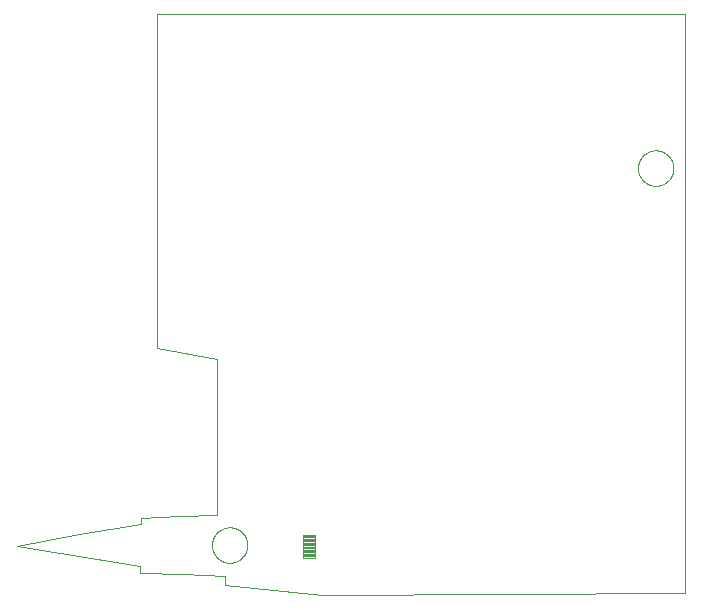
<source format=gbp>
G75*
%MOIN*%
%OFA0B0*%
%FSLAX25Y25*%
%IPPOS*%
%LPD*%
%AMOC8*
5,1,8,0,0,1.08239X$1,22.5*
%
%ADD10C,0.00000*%
%ADD11C,0.00450*%
D10*
X0005457Y0022435D02*
X0026291Y0026394D01*
X0046791Y0030019D01*
X0046860Y0031852D01*
X0046930Y0032019D01*
X0059694Y0032505D01*
X0072124Y0032991D01*
X0072100Y0032985D02*
X0072125Y0058990D01*
X0072124Y0058963D02*
X0072124Y0084935D01*
X0052124Y0088685D01*
X0052124Y0199797D01*
X0228374Y0199797D01*
X0228374Y0006741D01*
X0167819Y0006394D01*
X0107263Y0006047D01*
X0074902Y0009419D01*
X0074902Y0012574D01*
X0060805Y0013130D01*
X0046707Y0013685D01*
X0046707Y0015908D01*
X0005457Y0022435D01*
X0070553Y0022850D02*
X0070555Y0023003D01*
X0070561Y0023157D01*
X0070571Y0023310D01*
X0070585Y0023462D01*
X0070603Y0023615D01*
X0070625Y0023766D01*
X0070650Y0023917D01*
X0070680Y0024068D01*
X0070714Y0024218D01*
X0070751Y0024366D01*
X0070792Y0024514D01*
X0070837Y0024660D01*
X0070886Y0024806D01*
X0070939Y0024950D01*
X0070995Y0025092D01*
X0071055Y0025233D01*
X0071119Y0025373D01*
X0071186Y0025511D01*
X0071257Y0025647D01*
X0071332Y0025781D01*
X0071409Y0025913D01*
X0071491Y0026043D01*
X0071575Y0026171D01*
X0071663Y0026297D01*
X0071754Y0026420D01*
X0071848Y0026541D01*
X0071946Y0026659D01*
X0072046Y0026775D01*
X0072150Y0026888D01*
X0072256Y0026999D01*
X0072365Y0027107D01*
X0072477Y0027212D01*
X0072591Y0027313D01*
X0072709Y0027412D01*
X0072828Y0027508D01*
X0072950Y0027601D01*
X0073075Y0027690D01*
X0073202Y0027777D01*
X0073331Y0027859D01*
X0073462Y0027939D01*
X0073595Y0028015D01*
X0073730Y0028088D01*
X0073867Y0028157D01*
X0074006Y0028222D01*
X0074146Y0028284D01*
X0074288Y0028342D01*
X0074431Y0028397D01*
X0074576Y0028448D01*
X0074722Y0028495D01*
X0074869Y0028538D01*
X0075017Y0028577D01*
X0075166Y0028613D01*
X0075316Y0028644D01*
X0075467Y0028672D01*
X0075618Y0028696D01*
X0075771Y0028716D01*
X0075923Y0028732D01*
X0076076Y0028744D01*
X0076229Y0028752D01*
X0076382Y0028756D01*
X0076536Y0028756D01*
X0076689Y0028752D01*
X0076842Y0028744D01*
X0076995Y0028732D01*
X0077147Y0028716D01*
X0077300Y0028696D01*
X0077451Y0028672D01*
X0077602Y0028644D01*
X0077752Y0028613D01*
X0077901Y0028577D01*
X0078049Y0028538D01*
X0078196Y0028495D01*
X0078342Y0028448D01*
X0078487Y0028397D01*
X0078630Y0028342D01*
X0078772Y0028284D01*
X0078912Y0028222D01*
X0079051Y0028157D01*
X0079188Y0028088D01*
X0079323Y0028015D01*
X0079456Y0027939D01*
X0079587Y0027859D01*
X0079716Y0027777D01*
X0079843Y0027690D01*
X0079968Y0027601D01*
X0080090Y0027508D01*
X0080209Y0027412D01*
X0080327Y0027313D01*
X0080441Y0027212D01*
X0080553Y0027107D01*
X0080662Y0026999D01*
X0080768Y0026888D01*
X0080872Y0026775D01*
X0080972Y0026659D01*
X0081070Y0026541D01*
X0081164Y0026420D01*
X0081255Y0026297D01*
X0081343Y0026171D01*
X0081427Y0026043D01*
X0081509Y0025913D01*
X0081586Y0025781D01*
X0081661Y0025647D01*
X0081732Y0025511D01*
X0081799Y0025373D01*
X0081863Y0025233D01*
X0081923Y0025092D01*
X0081979Y0024950D01*
X0082032Y0024806D01*
X0082081Y0024660D01*
X0082126Y0024514D01*
X0082167Y0024366D01*
X0082204Y0024218D01*
X0082238Y0024068D01*
X0082268Y0023917D01*
X0082293Y0023766D01*
X0082315Y0023615D01*
X0082333Y0023462D01*
X0082347Y0023310D01*
X0082357Y0023157D01*
X0082363Y0023003D01*
X0082365Y0022850D01*
X0082363Y0022697D01*
X0082357Y0022543D01*
X0082347Y0022390D01*
X0082333Y0022238D01*
X0082315Y0022085D01*
X0082293Y0021934D01*
X0082268Y0021783D01*
X0082238Y0021632D01*
X0082204Y0021482D01*
X0082167Y0021334D01*
X0082126Y0021186D01*
X0082081Y0021040D01*
X0082032Y0020894D01*
X0081979Y0020750D01*
X0081923Y0020608D01*
X0081863Y0020467D01*
X0081799Y0020327D01*
X0081732Y0020189D01*
X0081661Y0020053D01*
X0081586Y0019919D01*
X0081509Y0019787D01*
X0081427Y0019657D01*
X0081343Y0019529D01*
X0081255Y0019403D01*
X0081164Y0019280D01*
X0081070Y0019159D01*
X0080972Y0019041D01*
X0080872Y0018925D01*
X0080768Y0018812D01*
X0080662Y0018701D01*
X0080553Y0018593D01*
X0080441Y0018488D01*
X0080327Y0018387D01*
X0080209Y0018288D01*
X0080090Y0018192D01*
X0079968Y0018099D01*
X0079843Y0018010D01*
X0079716Y0017923D01*
X0079587Y0017841D01*
X0079456Y0017761D01*
X0079323Y0017685D01*
X0079188Y0017612D01*
X0079051Y0017543D01*
X0078912Y0017478D01*
X0078772Y0017416D01*
X0078630Y0017358D01*
X0078487Y0017303D01*
X0078342Y0017252D01*
X0078196Y0017205D01*
X0078049Y0017162D01*
X0077901Y0017123D01*
X0077752Y0017087D01*
X0077602Y0017056D01*
X0077451Y0017028D01*
X0077300Y0017004D01*
X0077147Y0016984D01*
X0076995Y0016968D01*
X0076842Y0016956D01*
X0076689Y0016948D01*
X0076536Y0016944D01*
X0076382Y0016944D01*
X0076229Y0016948D01*
X0076076Y0016956D01*
X0075923Y0016968D01*
X0075771Y0016984D01*
X0075618Y0017004D01*
X0075467Y0017028D01*
X0075316Y0017056D01*
X0075166Y0017087D01*
X0075017Y0017123D01*
X0074869Y0017162D01*
X0074722Y0017205D01*
X0074576Y0017252D01*
X0074431Y0017303D01*
X0074288Y0017358D01*
X0074146Y0017416D01*
X0074006Y0017478D01*
X0073867Y0017543D01*
X0073730Y0017612D01*
X0073595Y0017685D01*
X0073462Y0017761D01*
X0073331Y0017841D01*
X0073202Y0017923D01*
X0073075Y0018010D01*
X0072950Y0018099D01*
X0072828Y0018192D01*
X0072709Y0018288D01*
X0072591Y0018387D01*
X0072477Y0018488D01*
X0072365Y0018593D01*
X0072256Y0018701D01*
X0072150Y0018812D01*
X0072046Y0018925D01*
X0071946Y0019041D01*
X0071848Y0019159D01*
X0071754Y0019280D01*
X0071663Y0019403D01*
X0071575Y0019529D01*
X0071491Y0019657D01*
X0071409Y0019787D01*
X0071332Y0019919D01*
X0071257Y0020053D01*
X0071186Y0020189D01*
X0071119Y0020327D01*
X0071055Y0020467D01*
X0070995Y0020608D01*
X0070939Y0020750D01*
X0070886Y0020894D01*
X0070837Y0021040D01*
X0070792Y0021186D01*
X0070751Y0021334D01*
X0070714Y0021482D01*
X0070680Y0021632D01*
X0070650Y0021783D01*
X0070625Y0021934D01*
X0070603Y0022085D01*
X0070585Y0022238D01*
X0070571Y0022390D01*
X0070561Y0022543D01*
X0070555Y0022697D01*
X0070553Y0022850D01*
X0212539Y0148504D02*
X0212541Y0148657D01*
X0212547Y0148811D01*
X0212557Y0148964D01*
X0212571Y0149116D01*
X0212589Y0149269D01*
X0212611Y0149420D01*
X0212636Y0149571D01*
X0212666Y0149722D01*
X0212700Y0149872D01*
X0212737Y0150020D01*
X0212778Y0150168D01*
X0212823Y0150314D01*
X0212872Y0150460D01*
X0212925Y0150604D01*
X0212981Y0150746D01*
X0213041Y0150887D01*
X0213105Y0151027D01*
X0213172Y0151165D01*
X0213243Y0151301D01*
X0213318Y0151435D01*
X0213395Y0151567D01*
X0213477Y0151697D01*
X0213561Y0151825D01*
X0213649Y0151951D01*
X0213740Y0152074D01*
X0213834Y0152195D01*
X0213932Y0152313D01*
X0214032Y0152429D01*
X0214136Y0152542D01*
X0214242Y0152653D01*
X0214351Y0152761D01*
X0214463Y0152866D01*
X0214577Y0152967D01*
X0214695Y0153066D01*
X0214814Y0153162D01*
X0214936Y0153255D01*
X0215061Y0153344D01*
X0215188Y0153431D01*
X0215317Y0153513D01*
X0215448Y0153593D01*
X0215581Y0153669D01*
X0215716Y0153742D01*
X0215853Y0153811D01*
X0215992Y0153876D01*
X0216132Y0153938D01*
X0216274Y0153996D01*
X0216417Y0154051D01*
X0216562Y0154102D01*
X0216708Y0154149D01*
X0216855Y0154192D01*
X0217003Y0154231D01*
X0217152Y0154267D01*
X0217302Y0154298D01*
X0217453Y0154326D01*
X0217604Y0154350D01*
X0217757Y0154370D01*
X0217909Y0154386D01*
X0218062Y0154398D01*
X0218215Y0154406D01*
X0218368Y0154410D01*
X0218522Y0154410D01*
X0218675Y0154406D01*
X0218828Y0154398D01*
X0218981Y0154386D01*
X0219133Y0154370D01*
X0219286Y0154350D01*
X0219437Y0154326D01*
X0219588Y0154298D01*
X0219738Y0154267D01*
X0219887Y0154231D01*
X0220035Y0154192D01*
X0220182Y0154149D01*
X0220328Y0154102D01*
X0220473Y0154051D01*
X0220616Y0153996D01*
X0220758Y0153938D01*
X0220898Y0153876D01*
X0221037Y0153811D01*
X0221174Y0153742D01*
X0221309Y0153669D01*
X0221442Y0153593D01*
X0221573Y0153513D01*
X0221702Y0153431D01*
X0221829Y0153344D01*
X0221954Y0153255D01*
X0222076Y0153162D01*
X0222195Y0153066D01*
X0222313Y0152967D01*
X0222427Y0152866D01*
X0222539Y0152761D01*
X0222648Y0152653D01*
X0222754Y0152542D01*
X0222858Y0152429D01*
X0222958Y0152313D01*
X0223056Y0152195D01*
X0223150Y0152074D01*
X0223241Y0151951D01*
X0223329Y0151825D01*
X0223413Y0151697D01*
X0223495Y0151567D01*
X0223572Y0151435D01*
X0223647Y0151301D01*
X0223718Y0151165D01*
X0223785Y0151027D01*
X0223849Y0150887D01*
X0223909Y0150746D01*
X0223965Y0150604D01*
X0224018Y0150460D01*
X0224067Y0150314D01*
X0224112Y0150168D01*
X0224153Y0150020D01*
X0224190Y0149872D01*
X0224224Y0149722D01*
X0224254Y0149571D01*
X0224279Y0149420D01*
X0224301Y0149269D01*
X0224319Y0149116D01*
X0224333Y0148964D01*
X0224343Y0148811D01*
X0224349Y0148657D01*
X0224351Y0148504D01*
X0224349Y0148351D01*
X0224343Y0148197D01*
X0224333Y0148044D01*
X0224319Y0147892D01*
X0224301Y0147739D01*
X0224279Y0147588D01*
X0224254Y0147437D01*
X0224224Y0147286D01*
X0224190Y0147136D01*
X0224153Y0146988D01*
X0224112Y0146840D01*
X0224067Y0146694D01*
X0224018Y0146548D01*
X0223965Y0146404D01*
X0223909Y0146262D01*
X0223849Y0146121D01*
X0223785Y0145981D01*
X0223718Y0145843D01*
X0223647Y0145707D01*
X0223572Y0145573D01*
X0223495Y0145441D01*
X0223413Y0145311D01*
X0223329Y0145183D01*
X0223241Y0145057D01*
X0223150Y0144934D01*
X0223056Y0144813D01*
X0222958Y0144695D01*
X0222858Y0144579D01*
X0222754Y0144466D01*
X0222648Y0144355D01*
X0222539Y0144247D01*
X0222427Y0144142D01*
X0222313Y0144041D01*
X0222195Y0143942D01*
X0222076Y0143846D01*
X0221954Y0143753D01*
X0221829Y0143664D01*
X0221702Y0143577D01*
X0221573Y0143495D01*
X0221442Y0143415D01*
X0221309Y0143339D01*
X0221174Y0143266D01*
X0221037Y0143197D01*
X0220898Y0143132D01*
X0220758Y0143070D01*
X0220616Y0143012D01*
X0220473Y0142957D01*
X0220328Y0142906D01*
X0220182Y0142859D01*
X0220035Y0142816D01*
X0219887Y0142777D01*
X0219738Y0142741D01*
X0219588Y0142710D01*
X0219437Y0142682D01*
X0219286Y0142658D01*
X0219133Y0142638D01*
X0218981Y0142622D01*
X0218828Y0142610D01*
X0218675Y0142602D01*
X0218522Y0142598D01*
X0218368Y0142598D01*
X0218215Y0142602D01*
X0218062Y0142610D01*
X0217909Y0142622D01*
X0217757Y0142638D01*
X0217604Y0142658D01*
X0217453Y0142682D01*
X0217302Y0142710D01*
X0217152Y0142741D01*
X0217003Y0142777D01*
X0216855Y0142816D01*
X0216708Y0142859D01*
X0216562Y0142906D01*
X0216417Y0142957D01*
X0216274Y0143012D01*
X0216132Y0143070D01*
X0215992Y0143132D01*
X0215853Y0143197D01*
X0215716Y0143266D01*
X0215581Y0143339D01*
X0215448Y0143415D01*
X0215317Y0143495D01*
X0215188Y0143577D01*
X0215061Y0143664D01*
X0214936Y0143753D01*
X0214814Y0143846D01*
X0214695Y0143942D01*
X0214577Y0144041D01*
X0214463Y0144142D01*
X0214351Y0144247D01*
X0214242Y0144355D01*
X0214136Y0144466D01*
X0214032Y0144579D01*
X0213932Y0144695D01*
X0213834Y0144813D01*
X0213740Y0144934D01*
X0213649Y0145057D01*
X0213561Y0145183D01*
X0213477Y0145311D01*
X0213395Y0145441D01*
X0213318Y0145573D01*
X0213243Y0145707D01*
X0213172Y0145843D01*
X0213105Y0145981D01*
X0213041Y0146121D01*
X0212981Y0146262D01*
X0212925Y0146404D01*
X0212872Y0146548D01*
X0212823Y0146694D01*
X0212778Y0146840D01*
X0212737Y0146988D01*
X0212700Y0147136D01*
X0212666Y0147286D01*
X0212636Y0147437D01*
X0212611Y0147588D01*
X0212589Y0147739D01*
X0212571Y0147892D01*
X0212557Y0148044D01*
X0212547Y0148197D01*
X0212541Y0148351D01*
X0212539Y0148504D01*
D11*
X0100976Y0026223D02*
X0100976Y0018673D01*
X0100976Y0026223D02*
X0105026Y0026223D01*
X0105026Y0018673D01*
X0100976Y0018673D01*
X0100976Y0019122D02*
X0105026Y0019122D01*
X0105026Y0019571D02*
X0100976Y0019571D01*
X0100976Y0020020D02*
X0105026Y0020020D01*
X0105026Y0020469D02*
X0100976Y0020469D01*
X0100976Y0020918D02*
X0105026Y0020918D01*
X0105026Y0021367D02*
X0100976Y0021367D01*
X0100976Y0021816D02*
X0105026Y0021816D01*
X0105026Y0022265D02*
X0100976Y0022265D01*
X0100976Y0022714D02*
X0105026Y0022714D01*
X0105026Y0023163D02*
X0100976Y0023163D01*
X0100976Y0023612D02*
X0105026Y0023612D01*
X0105026Y0024061D02*
X0100976Y0024061D01*
X0100976Y0024510D02*
X0105026Y0024510D01*
X0105026Y0024959D02*
X0100976Y0024959D01*
X0100976Y0025408D02*
X0105026Y0025408D01*
X0105026Y0025857D02*
X0100976Y0025857D01*
M02*

</source>
